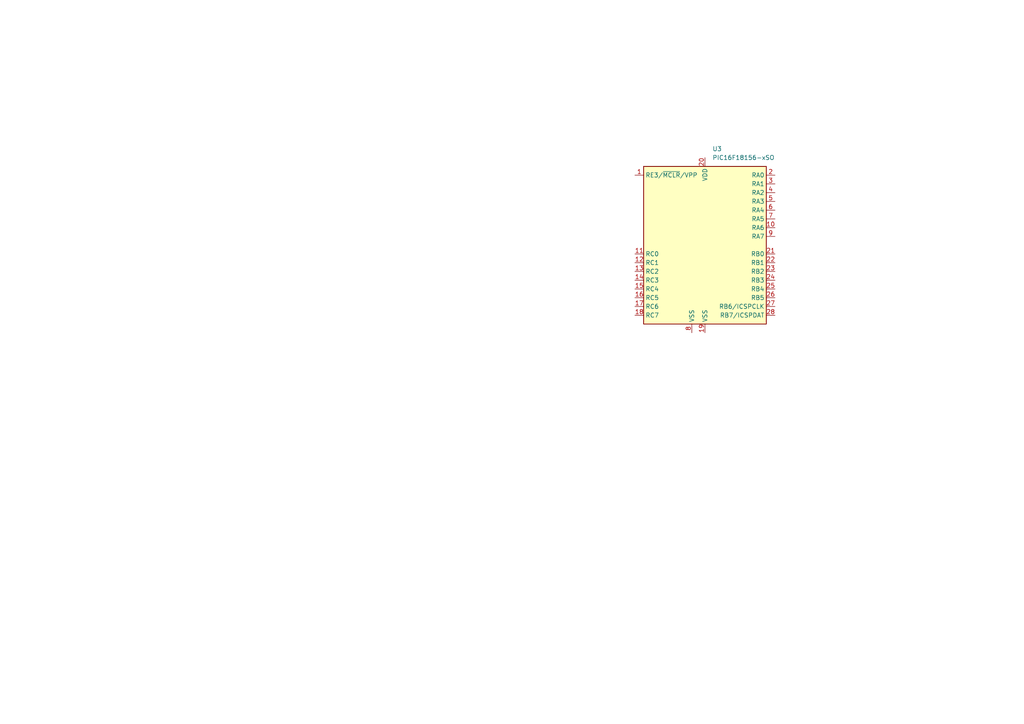
<source format=kicad_sch>
(kicad_sch (version 20250114) (generator "eeschema") (generator_version "9.0")
  (paper "A4")
  (lib_symbols
    (symbol "CustomFootprints:PIC16F18156-xSO"
      (property "Reference" "U4" (at 2.1433 27.94 0))
      (property "Value" "PIC16F18156-xSO" (at 2.1433 25.4 0))
      (symbol "PIC16F18156-xSO_0_1"
        (rectangle (start -17.78 22.86) (end 17.78 -22.86) (stroke (width 0.254)) (fill (type background)))
      )
      (symbol "PIC16F18156-xSO_1_0"
        (pin power_in line (at 0 -25.4 90) (length 2.54) (name "VSS") (number "19"))
      )
      (symbol "PIC16F18156-xSO_1_1"
        (pin input line (at -20.32 20.32 0) (length 2.54) (name "RE3/~{MCLR}/VPP") (number "1"))
        (pin bidirectional line (at -20.32 -2.54 0) (length 2.54) (name "RC0") (number "11"))
        (pin bidirectional line (at -20.32 -5.08 0) (length 2.54) (name "RC1") (number "12"))
        (pin bidirectional line (at -20.32 -7.62 0) (length 2.54) (name "RC2") (number "13"))
        (pin bidirectional line (at -20.32 -10.16 0) (length 2.54) (name "RC3") (number "14"))
        (pin bidirectional line (at -20.32 -12.7 0) (length 2.54) (name "RC4") (number "15"))
        (pin bidirectional line (at -20.32 -15.24 0) (length 2.54) (name "RC5") (number "16"))
        (pin bidirectional line (at -20.32 -17.78 0) (length 2.54) (name "RC6") (number "17"))
        (pin bidirectional line (at -20.32 -20.32 0) (length 2.54) (name "RC7") (number "18"))
        (pin power_in line (at -3.81 -25.4 90) (length 2.54) (name "VSS") (number "8"))
        (pin power_in line (at 0 25.4 270) (length 2.54) (name "VDD") (number "20"))
        (pin bidirectional line (at 20.32 20.32 180) (length 2.54) (name "RA0") (number "2"))
        (pin bidirectional line (at 20.32 17.78 180) (length 2.54) (name "RA1") (number "3"))
        (pin bidirectional line (at 20.32 15.24 180) (length 2.54) (name "RA2") (number "4"))
        (pin bidirectional line (at 20.32 12.7 180) (length 2.54) (name "RA3") (number "5"))
        (pin bidirectional line (at 20.32 10.16 180) (length 2.54) (name "RA4") (number "6"))
        (pin bidirectional line (at 20.32 7.62 180) (length 2.54) (name "RA5") (number "7"))
        (pin bidirectional line (at 20.32 5.08 180) (length 2.54) (name "RA6") (number "10"))
        (pin bidirectional line (at 20.32 2.54 180) (length 2.54) (name "RA7") (number "9"))
        (pin bidirectional line (at 20.32 -2.54 180) (length 2.54) (name "RB0") (number "21"))
        (pin bidirectional line (at 20.32 -5.08 180) (length 2.54) (name "RB1") (number "22"))
        (pin bidirectional line (at 20.32 -7.62 180) (length 2.54) (name "RB2") (number "23"))
        (pin bidirectional line (at 20.32 -10.16 180) (length 2.54) (name "RB3") (number "24"))
        (pin bidirectional line (at 20.32 -12.7 180) (length 2.54) (name "RB4") (number "25"))
        (pin bidirectional line (at 20.32 -15.24 180) (length 2.54) (name "RB5") (number "26"))
        (pin bidirectional line (at 20.32 -17.78 180) (length 2.54) (name "RB6/ICSPCLK") (number "27"))
        (pin bidirectional line (at 20.32 -20.32 180) (length 2.54) (name "RB7/ICSPDAT") (number "28"))
      )
    )
  )
  (symbol (lib_id "CustomFootprints:PIC16F18156-xSO") (at 204.47 71.12 0) (unit 1)
    (property "Reference" "U3" (at 206.6133 43.18 0) (effects (justify left)))
    (property "Value" "PIC16F18156-xSO" (at 206.6133 45.72 0) (effects (justify left)))
    (property "Footprint" "Package_SO:SOIC-28W_7.5x17.9mm_P1.27mm" (effects (hide yes)))
    (property "Datasheet" "https://ww1.microchip.com/downloads/aemDocuments/documents/MCU08/ProductDocuments/DataSheets/PIC16F18156-76-Microcontroller-Data-Sheet-DS40002484.pdf" (effects (hide yes)))
    (property "Description" "8-bit Flash MCU, 32MHz, 28KB Flash, 2K RAM 256B EEPROM, SOIC-28" (effects (hide yes)))
  )
)
</source>
